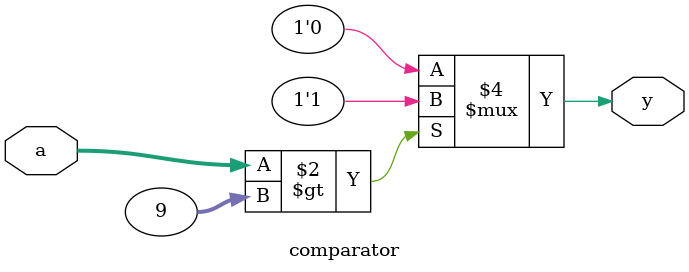
<source format=v>
module comparator
  (
    input wire[4:0]a,
    output reg y
  );
  always@(*)
  begin
    if(a>9)
      y = 1'b1;
    else
      y = 1'b0;
  end
endmodule

</source>
